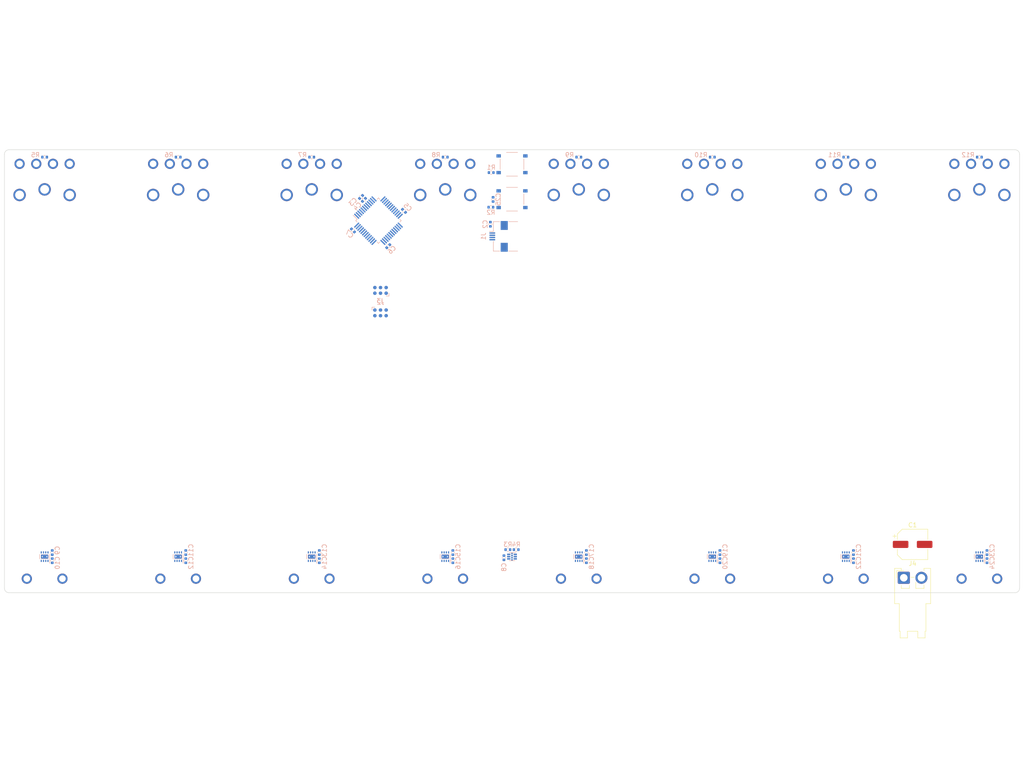
<source format=kicad_pcb>
(kicad_pcb
	(version 20240108)
	(generator "pcbnew")
	(generator_version "8.0")
	(general
		(thickness 1.6)
		(legacy_teardrops no)
	)
	(paper "A4")
	(layers
		(0 "F.Cu" signal)
		(31 "B.Cu" signal)
		(32 "B.Adhes" user "B.Adhesive")
		(33 "F.Adhes" user "F.Adhesive")
		(34 "B.Paste" user)
		(35 "F.Paste" user)
		(36 "B.SilkS" user "B.Silkscreen")
		(37 "F.SilkS" user "F.Silkscreen")
		(38 "B.Mask" user)
		(39 "F.Mask" user)
		(40 "Dwgs.User" user "User.Drawings")
		(41 "Cmts.User" user "User.Comments")
		(42 "Eco1.User" user "User.Eco1")
		(43 "Eco2.User" user "User.Eco2")
		(44 "Edge.Cuts" user)
		(45 "Margin" user)
		(46 "B.CrtYd" user "B.Courtyard")
		(47 "F.CrtYd" user "F.Courtyard")
		(48 "B.Fab" user)
		(49 "F.Fab" user)
		(50 "User.1" user)
		(51 "User.2" user)
		(52 "User.3" user)
		(53 "User.4" user)
		(54 "User.5" user)
		(55 "User.6" user)
		(56 "User.7" user)
		(57 "User.8" user)
		(58 "User.9" user)
	)
	(setup
		(stackup
			(layer "F.SilkS"
				(type "Top Silk Screen")
				(color "White")
			)
			(layer "F.Paste"
				(type "Top Solder Paste")
			)
			(layer "F.Mask"
				(type "Top Solder Mask")
				(color "Green")
				(thickness 0.01)
			)
			(layer "F.Cu"
				(type "copper")
				(thickness 0.035)
			)
			(layer "dielectric 1"
				(type "core")
				(thickness 1.51)
				(material "FR4")
				(epsilon_r 4.5)
				(loss_tangent 0.02)
			)
			(layer "B.Cu"
				(type "copper")
				(thickness 0.035)
			)
			(layer "B.Mask"
				(type "Bottom Solder Mask")
				(color "Green")
				(thickness 0.01)
			)
			(layer "B.Paste"
				(type "Bottom Solder Paste")
			)
			(layer "B.SilkS"
				(type "Bottom Silk Screen")
				(color "White")
			)
			(copper_finish "ENIG")
			(dielectric_constraints no)
		)
		(pad_to_mask_clearance 0)
		(allow_soldermask_bridges_in_footprints no)
		(pcbplotparams
			(layerselection 0x00010fc_ffffffff)
			(plot_on_all_layers_selection 0x0000000_00000000)
			(disableapertmacros no)
			(usegerberextensions no)
			(usegerberattributes yes)
			(usegerberadvancedattributes yes)
			(creategerberjobfile yes)
			(dashed_line_dash_ratio 12.000000)
			(dashed_line_gap_ratio 3.000000)
			(svgprecision 6)
			(plotframeref no)
			(viasonmask no)
			(mode 1)
			(useauxorigin no)
			(hpglpennumber 1)
			(hpglpenspeed 20)
			(hpglpendiameter 15.000000)
			(pdf_front_fp_property_popups yes)
			(pdf_back_fp_property_popups yes)
			(dxfpolygonmode yes)
			(dxfimperialunits yes)
			(dxfusepcbnewfont yes)
			(psnegative no)
			(psa4output no)
			(plotreference yes)
			(plotvalue yes)
			(plotfptext yes)
			(plotinvisibletext no)
			(sketchpadsonfab no)
			(subtractmaskfromsilk no)
			(outputformat 1)
			(mirror no)
			(drillshape 1)
			(scaleselection 1)
			(outputdirectory "")
		)
	)
	(net 0 "")
	(net 1 "VDC")
	(net 2 "GND")
	(net 3 "+3V3")
	(net 4 "unconnected-(J1-MountPin-PadMP)")
	(net 5 "/SWDIO{slash}DIR4")
	(net 6 "/SWCLK{slash}DIR3")
	(net 7 "/SWO{slash}DIR1")
	(net 8 "/NRST")
	(net 9 "/BOOT0")
	(net 10 "/USART1_RX")
	(net 11 "/USART1_TX")
	(net 12 "unconnected-(J1-MountPin-PadMP)_0")
	(net 13 "/B1")
	(net 14 "unconnected-(RV1-MountPin-PadMP)")
	(net 15 "unconnected-(RV1-MountPin-PadMP)_0")
	(net 16 "unconnected-(RV1-MountPin-PadMP)_1")
	(net 17 "/A1")
	(net 18 "unconnected-(RV2-MountPin-PadMP)")
	(net 19 "unconnected-(RV2-MountPin-PadMP)_0")
	(net 20 "unconnected-(RV2-MountPin-PadMP)_1")
	(net 21 "/A2")
	(net 22 "/B2")
	(net 23 "unconnected-(RV3-MountPin-PadMP)")
	(net 24 "unconnected-(RV3-MountPin-PadMP)_0")
	(net 25 "/B3")
	(net 26 "unconnected-(RV3-MountPin-PadMP)_1")
	(net 27 "/A3")
	(net 28 "/SDA")
	(net 29 "/SCL")
	(net 30 "/TOUCH1")
	(net 31 "/TOUCH2")
	(net 32 "/TOUCH3")
	(net 33 "/TOUCH4")
	(net 34 "/TOUCH5")
	(net 35 "/TOUCH6")
	(net 36 "/TOUCH7")
	(net 37 "/TOUCH8")
	(net 38 "/ADC1")
	(net 39 "/ADC2")
	(net 40 "/ADC3")
	(net 41 "/ADC4")
	(net 42 "/ADC5")
	(net 43 "/ADC6")
	(net 44 "/ADC7")
	(net 45 "/ADC8")
	(net 46 "/DIR8")
	(net 47 "/DIR5")
	(net 48 "/DIR2")
	(net 49 "/DIR7")
	(net 50 "/PWM1")
	(net 51 "/PWM2")
	(net 52 "/NSLEEP")
	(net 53 "/DIR6")
	(net 54 "/PWM3")
	(net 55 "/PWM4")
	(net 56 "/PWM5")
	(net 57 "/PWM6")
	(net 58 "/PWM7")
	(net 59 "/PWM8")
	(net 60 "unconnected-(RV4-MountPin-PadMP)")
	(net 61 "unconnected-(RV4-MountPin-PadMP)_0")
	(net 62 "/A4")
	(net 63 "unconnected-(RV4-MountPin-PadMP)_1")
	(net 64 "/B4")
	(net 65 "unconnected-(RV5-MountPin-PadMP)")
	(net 66 "/A5")
	(net 67 "/B5")
	(net 68 "unconnected-(RV5-MountPin-PadMP)_0")
	(net 69 "unconnected-(RV5-MountPin-PadMP)_1")
	(net 70 "/B6")
	(net 71 "unconnected-(RV6-MountPin-PadMP)")
	(net 72 "/A6")
	(net 73 "unconnected-(RV6-MountPin-PadMP)_0")
	(net 74 "unconnected-(RV6-MountPin-PadMP)_1")
	(net 75 "unconnected-(RV7-MountPin-PadMP)")
	(net 76 "unconnected-(RV7-MountPin-PadMP)_0")
	(net 77 "/B7")
	(net 78 "/A7")
	(net 79 "unconnected-(RV7-MountPin-PadMP)_1")
	(net 80 "unconnected-(RV8-MountPin-PadMP)")
	(net 81 "/A8")
	(net 82 "unconnected-(RV8-MountPin-PadMP)_0")
	(net 83 "/B8")
	(net 84 "unconnected-(RV8-MountPin-PadMP)_1")
	(net 85 "unconnected-(U2-ALERT-Pad3)")
	(footprint "Capacitor_SMD:CP_Elec_6.3x7.7" (layer "F.Cu") (at 237.5 120.5))
	(footprint "faderboard:Fader_Alps_RSA0N11M9A0J" (layer "F.Cu") (at 72.5 35))
	(footprint "faderboard:Fader_Alps_RSA0N11M9A0J" (layer "F.Cu") (at 222.5 35))
	(footprint "faderboard:Fader_Alps_RSA0N11M9A0J" (layer "F.Cu") (at 42.5 35))
	(footprint "faderboard:Fader_Alps_RSA0N11M9A0J" (layer "F.Cu") (at 252.5 35))
	(footprint "faderboard:Fader_Alps_RSA0N11M9A0J" (layer "F.Cu") (at 162.5 35))
	(footprint "faderboard:Fader_Alps_RSA0N11M9A0J" (layer "F.Cu") (at 102.5 35))
	(footprint "Connector_JST:JST_VH_S2P-VH_1x02_P3.96mm_Horizontal" (layer "F.Cu") (at 235.52 128))
	(footprint "faderboard:Fader_Alps_RSA0N11M9A0J" (layer "F.Cu") (at 132.5 35))
	(footprint "faderboard:Fader_Alps_RSA0N11M9A0J" (layer "F.Cu") (at 192.5 35))
	(footprint "Package_SON:WSON-8-1EP_2x2mm_P0.5mm_EP0.9x1.6mm_ThermalVias" (layer "B.Cu") (at 252.5 123.25 90))
	(footprint "Capacitor_SMD:C_0402_1005Metric" (layer "B.Cu") (at 224.21 122.34 -90))
	(footprint "faderboard:Jushuo_AFC01-S04FCx-00_1x04-1MP_P0.50mm_Horizontal" (layer "B.Cu") (at 146.1 51.3 -90))
	(footprint "Resistor_SMD:R_0402_1005Metric" (layer "B.Cu") (at 142.75 44.75))
	(footprint "Package_SON:WSON-8-1EP_2x2mm_P0.5mm_EP0.9x1.6mm_ThermalVias" (layer "B.Cu") (at 102.5 123.25 90))
	(footprint "Capacitor_SMD:C_0402_1005Metric" (layer "B.Cu") (at 224.21 124.16 90))
	(footprint "Capacitor_SMD:C_0402_1005Metric" (layer "B.Cu") (at 194.21 122.34 -90))
	(footprint "Capacitor_SMD:C_0402_1005Metric" (layer "B.Cu") (at 104.21 124.16 90))
	(footprint "Connector:Tag-Connect_TC2030-IDC-NL_2x03_P1.27mm_Vertical" (layer "B.Cu") (at 117.96 63.434 180))
	(footprint "Package_SON:WSON-8-1EP_2x2mm_P0.5mm_EP0.9x1.6mm_ThermalVias" (layer "B.Cu") (at 132.5 123.25 90))
	(footprint "Capacitor_SMD:C_0402_1005Metric" (layer "B.Cu") (at 44.21 122.34 -90))
	(footprint "Resistor_SMD:R_0402_1005Metric" (layer "B.Cu") (at 132.5 33.5))
	(footprint "Resistor_SMD:R_0402_1005Metric" (layer "B.Cu") (at 42.5 33.5))
	(footprint "Capacitor_SMD:C_0402_1005Metric" (layer "B.Cu") (at 164.21 124.16 90))
	(footprint "Capacitor_SMD:C_0402_1005Metric" (layer "B.Cu") (at 142.64 48.57 90))
	(footprint "Capacitor_SMD:C_0402_1005Metric" (layer "B.Cu") (at 74.21 122.34 -90))
	(footprint "Capacitor_SMD:C_0402_1005Metric" (layer "B.Cu") (at 254.21 122.34 -90))
	(footprint "Capacitor_SMD:C_0402_1005Metric" (layer "B.Cu") (at 114.240238 43.09747 -135))
	(footprint "Capacitor_SMD:C_0402_1005Metric" (layer "B.Cu") (at 134.21 122.34 -90))
	(footprint "Connector:Tag-Connect_TC2030-IDC-NL_2x03_P1.27mm_Vertical" (layer "B.Cu") (at 117.96 68.484))
	(footprint "faderboard:SW_Push_SPST_NO_XKB_TS-1187A-X-X-X" (layer "B.Cu") (at 147.5 42.95 180))
	(footprint "Capacitor_SMD:C_0402_1005Metric" (layer "B.Cu") (at 44.21 124.16 90))
	(footprint "Capacitor_SMD:C_0402_1005Metric" (layer "B.Cu") (at 123.234636 45.572344 135))
	(footprint "Resistor_SMD:R_0402_1005Metric" (layer "B.Cu") (at 142.82 36.975 180))
	(footprint "Package_TO_SOT_SMD:SOT-563" (layer "B.Cu") (at 147.5 123.25 180))
	(footprint "Capacitor_SMD:C_0402_1005Metric" (layer "B.Cu") (at 254.21 124.16 90))
	(footprint "Package_SON:WSON-8-1EP_2x2mm_P0.5mm_EP0.9x1.6mm_ThermalVias"
		(layer "B.Cu")
		(uuid "7c93c417-7f0e-4977-8ed1-3214762ca798")
		(at 72.5 123.25 90)
		(descr "8-Lead Plastic WSON, 2x2mm Body, 0.5mm Pitch, WSON-8, http://www.ti.com/lit/ds/symlink/lm27761.pdf")
		(tags "WSON 8 1EP ThermalVias")
		(property "Reference" "U4"
			(at 0.38 1.9 90)
			(layer "B.SilkS")
			(hide yes)
			(uuid "08ce3067-2648-41ab-bea1-c11357722b66")
			(effects
				(font
					(size 1 1)
					(thickness 0.15)
				)
				(justify mirror)
			)
		)
		(property "Value" "DRV8837"
			(at 0.01 -2.14 90)
			(layer "B.Fab")
			(uuid "b7f80a8c-396c-41df-96ee-e3f95e5c4119")
			(effects
				(font
					(size 1 1)
					(thickness 0.15)
				)
				(justify mirror)
			)
		)
		(property "Footprint" "Package_SON:WSON-8-1EP_2x2mm_P0.5mm_EP0.9x1.6mm_ThermalVias"
			(at 0 0 90)
			(layer "F.Fab")
			(hide yes)
			(uuid "f6a4daad-7a72-4048-bf86-a3e685e68e77")
			(effects
				(font
					(size 1.27 1.27)
					(thickness 0.15)
				)
			)
		)
		(property "Datasheet" "http://www.ti.com/lit/ds/symlink/drv8837.pdf"
			(at 0 0 90)
			(layer "F.Fab")
			(hide yes)
			(uuid "72e31c51-cff6-4c1f-bdf9-ed5d8930b13a")
			(effects
				(font
					(size 1.27 1.27)
					(thickness 0.15)
				)
			)
		)
		(property "Description" ""
			(at 0 0 90)
			(layer "F.Fab")
			(hide yes)
			(uuid "c290ae7b-4788-4dab-972c-1417a07b31ea")
			(effects
				(font
					(size 1.27 1.27)
					(thickness 0.15)
				)
			)
		)
		(property ki_fp_filters "WSON*1EP*2x2mm*P0.5mm*")
		(path "/0d04876f-034e-4527-8852-b22a3ca80422")
		(sheetname "Stammblatt")
		(sheetfile "faderboard.kicad_sch")
		(attr smd)
		(fp_line
			(start 0.5 -1.12)
			(end -0.5 -1.12)
			(stroke
				(width 0.12)
				(type solid)
			)
			(layer "B.SilkS")
			(uuid "00768389-70bc-4695-aa6b-4b97470b07cb")
		)
		(fp_line
			(start -1.5 1.12)
			(end 0.5 1.12)
			(stroke
				(width 0.12)
				(type solid)
			)
			(layer "B.SilkS")
			(uuid "0feb836a-0dbc-44ee-ab9b-47b1fe49c5f6")
		)
		(fp_line
			(start -1.6 -1.25)
			(end 1.6 -1.25)
			(stroke
				(width 0.05)
				(type solid)
			)
			(layer "B.CrtYd")
			(uuid "d96c0f69-ac30-4cd5-9350-2f286525c926")
		)
		(fp_line
			(start 1.6 1.25)
			(end 1.6 -1.25)
			(stroke
				(width 0.05)
				(type solid)
			)
			(layer "B.CrtYd")
			(uuid "23a9125e-d17f-4602-8d9f-56daabf9b51d")
		)
		(fp_line
			(start -1.6 1.25)
			(end -1.6 -1.25)
			(stroke
				(width 0.05)
				(type solid)
			)
			(layer "B.CrtYd")
			(uuid "01078b4b-b63b-4e4d-a379-a0bdba6415e8")
		)
		(fp_line
			(start -1.6 1.25)
			(end 1.6 1.25)
			(stroke
				(width 0.05)
... [140512 chars truncated]
</source>
